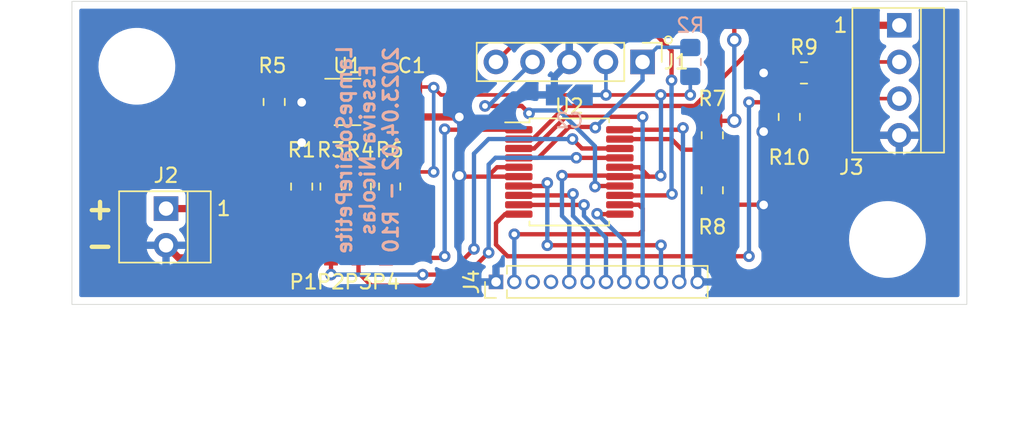
<source format=kicad_pcb>
(kicad_pcb (version 20211014) (generator pcbnew)
  (title_block (title "Lampe Solaire 2") (date "2020-09-26") (rev "R00") (company "ESN") (comment 1 "By Esseiva Nicolas") (comment 4 "Lampe Solaire portable"))
  (layers (0 "F.Cu" signal) (31 "B.Cu" signal) (34 "B.Paste" user) (35 "F.Paste" user) (36 "B.SilkS" user "B.Silkscreen") (37 "F.SilkS" user "F.Silkscreen") (38 "B.Mask" user) (39 "F.Mask" user) (44 "Edge.Cuts" user))
  (net 0 "")
  (net 1 "GND")
  (net 2 "VCC_3V3")
  (net 3 "VBAT")
  (net 4 "ENABLE")
  (net 5 "ENABLE_PWM")
  (net 6 "DIO1")
  (net 9 "MISO")
  (net 10 "MOSI")
  (net 11 "Net-(P1-Pad2)")
  (net 12 "Net-(P2-Pad2)")
  (net 13 "SCK")
  (net 14 "NSS")
  (net 15 "Net-(P3-Pad2)")
  (net 16 "Net-(P4-Pad2)")
  (net 17 "DIO0")
  (net 18 "REST")
  (net 19 "MCLR")
  (net 20 "Net-(R5-Pad2)")
  (net 21 "VBAT_MEAS")
  (net 23 "BATTERY_IND")
  (net 24 "ICSPCLK")
  (net 25 "ICSPDAT")
  (net 26 "LED_RED")
  (net 27 "LED_GREEN")
  (footprint "Resistor_SMD:R_0805_2012Metric_Pad1.20x1.40mm_HandSolder" (layer "F.Cu") (at 134.366 85.09 -90)
    (fp_text reference "R8" (at 2.54 0 180) (layer "F.SilkS"))
    (fp_text value "10k")
    (fp_line (start -0.227064 0.735) (end 0.227064 0.735) (layer "F.SilkS") (width 0.12))
    (fp_line (start -0.227064 -0.735) (end 0.227064 -0.735) (layer "F.SilkS") (width 0.12))
    (pad "1" smd roundrect (at -1 0 270) (size 1.2 1.4) (layers "F.Cu" "F.Paste" "F.Mask") (roundrect_rratio 0.2083333333) (net 21 "VBAT_MEAS"))
    (pad "2" smd roundrect (at 1 0 270) (size 1.2 1.4) (layers "F.Cu" "F.Paste" "F.Mask") (roundrect_rratio 0.2083333333) (net 1 "GND"))
  )
  (footprint "Package_SO:SSOP-20_5.3x7.2mm_P0.65mm" (layer "F.Cu") (at 124.46 83.82)
    (fp_text reference "U2" (at 0 -4.55) (layer "F.SilkS"))
    (fp_text value "PIC16F1827")
    (fp_line (start -2.76 3.71) (end -2.76 3.435) (layer "F.SilkS") (width 0.12))
    (fp_line (start 0 -3.71) (end -2.76 -3.71) (layer "F.SilkS") (width 0.12))
    (fp_line (start 2.76 -3.71) (end 2.76 -3.435) (layer "F.SilkS") (width 0.12))
    (fp_line (start 0 3.71) (end -2.76 3.71) (layer "F.SilkS") (width 0.12))
    (fp_line (start 0 -3.71) (end 2.76 -3.71) (layer "F.SilkS") (width 0.12))
    (fp_line (start 0 3.71) (end 2.76 3.71) (layer "F.SilkS") (width 0.12))
    (fp_line (start 2.76 3.71) (end 2.76 3.435) (layer "F.SilkS") (width 0.12))
    (fp_line (start -2.76 -3.71) (end -2.76 -3.435) (layer "F.SilkS") (width 0.12))
    (fp_line (start -2.76 -3.435) (end -4.45 -3.435) (layer "F.SilkS") (width 0.12))
    (pad "1" smd roundrect (at -3.5 -2.925) (size 1.9 0.5) (layers "F.Cu" "F.Paste" "F.Mask") (net 23 "BATTERY_IND"))
    (pad "2" smd roundrect (at -3.5 -2.275) (size 1.9 0.5) (layers "F.Cu" "F.Paste" "F.Mask") (net 4 "ENABLE"))
    (pad "3" smd roundrect (at -3.5 -1.625) (size 1.9 0.5) (layers "F.Cu" "F.Paste" "F.Mask") (net 14 "NSS"))
    (pad "4" smd roundrect (at -3.5 -0.975) (size 1.9 0.5) (layers "F.Cu" "F.Paste" "F.Mask") (net 19 "MCLR"))
    (pad "5" smd roundrect (at -3.5 -0.325) (size 1.9 0.5) (layers "F.Cu" "F.Paste" "F.Mask") (net 1 "GND"))
    (pad "6" smd roundrect (at -3.5 0.325) (size 1.9 0.5) (layers "F.Cu" "F.Paste" "F.Mask") (net 1 "GND"))
    (pad "7" smd roundrect (at -3.5 0.975) (size 1.9 0.5) (layers "F.Cu" "F.Paste" "F.Mask") (net 17 "DIO0"))
    (pad "8" smd roundrect (at -3.5 1.625) (size 1.9 0.5) (layers "F.Cu" "F.Paste" "F.Mask") (net 9 "MISO"))
    (pad "9" smd roundrect (at -3.5 2.275) (size 1.9 0.5) (layers "F.Cu" "F.Paste" "F.Mask") (net 10 "MOSI"))
    (pad "10" smd roundrect (at -3.5 2.925) (size 1.9 0.5) (layers "F.Cu" "F.Paste" "F.Mask") (net 5 "ENABLE_PWM"))
    (pad "11" smd roundrect (at 3.5 2.925) (size 1.9 0.5) (layers "F.Cu" "F.Paste" "F.Mask") (net 13 "SCK"))
    (pad "12" smd roundrect (at 3.5 2.275) (size 1.9 0.5) (layers "F.Cu" "F.Paste" "F.Mask") (net 6 "DIO1"))
    (pad "13" smd roundrect (at 3.5 1.625) (size 1.9 0.5) (layers "F.Cu" "F.Paste" "F.Mask") (net 24 "ICSPCLK"))
    (pad "14" smd roundrect (at 3.5 0.975) (size 1.9 0.5) (layers "F.Cu" "F.Paste" "F.Mask") (net 25 "ICSPDAT"))
    (pad "15" smd roundrect (at 3.5 0.325) (size 1.9 0.5) (layers "F.Cu" "F.Paste" "F.Mask") (net 2 "VCC_3V3"))
    (pad "16" smd roundrect (at 3.5 -0.325) (size 1.9 0.5) (layers "F.Cu" "F.Paste" "F.Mask") (net 2 "VCC_3V3"))
    (pad "17" smd roundrect (at 3.5 -0.975) (size 1.9 0.5) (layers "F.Cu" "F.Paste" "F.Mask") (net 26 "LED_RED"))
    (pad "18" smd roundrect (at 3.5 -1.625) (size 1.9 0.5) (layers "F.Cu" "F.Paste" "F.Mask") (net 27 "LED_GREEN"))
    (pad "19" smd roundrect (at 3.5 -2.275) (size 1.9 0.5) (layers "F.Cu" "F.Paste" "F.Mask") (net 21 "VBAT_MEAS"))
    (pad "20" smd roundrect (at 3.5 -2.925) (size 1.9 0.5) (layers "F.Cu" "F.Paste" "F.Mask") (net 18 "REST"))
  )
  (footprint "Resistor_SMD:R_0805_2012Metric_Pad1.20x1.40mm_HandSolder" (layer "F.Cu") (at 105.918 84.836 -90)
    (fp_text reference "R1" (at -2.54 0 180) (layer "F.SilkS"))
    (fp_text value "2k7")
    (fp_line (start -0.227064 0.735) (end 0.227064 0.735) (layer "F.SilkS") (width 0.12))
    (fp_line (start -0.227064 -0.735) (end 0.227064 -0.735) (layer "F.SilkS") (width 0.12))
    (pad "1" smd roundrect (at -1 0 270) (size 1.2 1.4) (layers "F.Cu" "F.Paste" "F.Mask") (roundrect_rratio 0.2083333333) (net 2 "VCC_3V3"))
    (pad "2" smd roundrect (at 1 0 270) (size 1.2 1.4) (layers "F.Cu" "F.Paste" "F.Mask") (roundrect_rratio 0.2083333333) (net 11 "Net-(P1-Pad2)"))
  )
  (footprint "0ESN_Lib:Connector_2p_m" (layer "F.Cu") (at 96.52 86.36)
    (fp_text reference "J2" (at 0 -2.3) (layer "F.SilkS"))
    (fp_text value "Battery connector")
    (fp_text user "1" (at 4 0 unlocked) (layer "F.SilkS"))
    (fp_line (start -3.25 -1.2) (end 3.1 -1.2) (layer "F.SilkS") (width 0.12))
    (fp_line (start -3.25 3.74) (end -3.25 -1.2) (layer "F.SilkS") (width 0.12))
    (fp_line (start -3.25 3.74) (end 3.1 3.74) (layer "F.SilkS") (width 0.12))
    (fp_line (start 3.1 -1.2) (end 3.1 3.74) (layer "F.SilkS") (width 0.12))
    (fp_line (start 1.5 -1.2) (end 1.5 3.74) (layer "F.SilkS") (width 0.12))
    (pad "1" thru_hole rect (at 0 0) (size 1.7 1.7) (drill 1) (layers *.Cu *.Mask) (net 3 "VBAT"))
    (pad "2" thru_hole oval (at 0 2.54) (size 1.7 1.7) (drill 1) (layers *.Cu *.Mask) (net 1 "GND"))
  )
  (footprint "MountingHole:MountingHole_4.3mm_M4" (layer "F.Cu") (at 146.5 88.5)
    (fp_text reference "REF**" hide)
    (fp_text value "MountingHole_4.3mm_M4")
    (pad "" np_thru_hole circle locked (at 0 0) (size 4.3 4.3) (drill 4.3) (layers *.Cu *.Mask))
  )
  (footprint "0ESN_Lib:SOT-23-5_HandSoldering" (layer "F.Cu") (at 109.093 78.9725)
    (fp_text reference "U1" (at 0 -2.5185) (layer "F.SilkS"))
    (fp_text value "NCP114")
    (fp_line (start -0.9 1.61) (end 0.9 1.61) (layer "F.SilkS") (width 0.12))
    (fp_line (start 0.9 -1.61) (end -1.55 -1.61) (layer "F.SilkS") (width 0.12))
    (pad "1" smd rect (at -1.35 -0.95) (size 1.56 0.65) (layers "F.Cu" "F.Paste" "F.Mask") (net 3 "VBAT"))
    (pad "2" smd rect (at -1.35 0) (size 1.56 0.65) (layers "F.Cu" "F.Paste" "F.Mask") (net 1 "GND"))
    (pad "3" smd rect (at -1.35 0.95) (size 1.56 0.65) (layers "F.Cu" "F.Paste" "F.Mask") (net 20 "Net-(R5-Pad2)"))
    (pad "4" smd rect (at 1.35 0.95) (size 1.56 0.65) (layers "F.Cu" "F.Paste" "F.Mask"))
    (pad "5" smd rect (at 1.35 -0.95) (size 1.56 0.65) (layers "F.Cu" "F.Paste" "F.Mask") (net 2 "VCC_3V3"))
  )
  (footprint "Resistor_SMD:R_0805_2012Metric_Pad1.20x1.40mm_HandSolder" (layer "F.Cu") (at 104.013 78.9725 -90)
    (fp_text reference "R5" (at -2.5185 0.127 180) (layer "F.SilkS"))
    (fp_text value "0R")
    (fp_line (start -0.227064 0.735) (end 0.227064 0.735) (layer "F.SilkS") (width 0.12))
    (fp_line (start -0.227064 -0.735) (end 0.227064 -0.735) (layer "F.SilkS") (width 0.12))
    (pad "1" smd roundrect (at -1 0 270) (size 1.2 1.4) (layers "F.Cu" "F.Paste" "F.Mask") (roundrect_rratio 0.2083333333) (net 3 "VBAT"))
    (pad "2" smd roundrect (at 1 0 270) (size 1.2 1.4) (layers "F.Cu" "F.Paste" "F.Mask") (roundrect_rratio 0.2083333333) (net 20 "Net-(R5-Pad2)"))
  )
  (footprint "0ESN_Lib:D_0603_1608Metric_Pad1.05x0.95mm_HandSolder" (layer "F.Cu") (at 109.855 88.9 90)
    (fp_text reference "P3" (at -2.54 0 180) (layer "F.SilkS"))
    (fp_text value "RED")
    (pad "1" smd custom (at -0.875 0 90) (size 1.05 0.95) (layers "F.Cu" "F.Paste" "F.Mask") (net 26 "LED_RED") (options (clearance outline) (anchor rect)) (primitives (gr_poly (pts (xy 1.025 0) (xy 0.525 0.475) (xy 0 0.475) (xy 0 -0.475) (xy 0.525 -0.475)) (width 0) (fill yes))))
    (pad "2" smd custom (at 0.875 0 90) (size 1.05 0.95) (layers "F.Cu" "F.Paste" "F.Mask") (net 15 "Net-(P3-Pad2)") (options (clearance outline) (anchor rect)) (primitives (gr_poly (pts (xy 0 0.475) (xy -1.015 0.475) (xy -0.525 0) (xy -1.025 -0.475) (xy 0 -0.475)) (width 0) (fill yes))))
  )
  (footprint "0ESN_Lib:D_0603_1608Metric_Pad1.05x0.95mm_HandSolder" (layer "F.Cu") (at 107.95 88.9 90)
    (fp_text reference "P2" (at -2.54 0 180) (layer "F.SilkS"))
    (fp_text value "GREEN")
    (pad "1" smd custom (at -0.875 0 90) (size 1.05 0.95) (layers "F.Cu" "F.Paste" "F.Mask") (net 27 "LED_GREEN") (options (clearance outline) (anchor rect)) (primitives (gr_poly (pts (xy 1.025 0) (xy 0.525 0.475) (xy 0 0.475) (xy 0 -0.475) (xy 0.525 -0.475)) (width 0) (fill yes))))
    (pad "2" smd custom (at 0.875 0 90) (size 1.05 0.95) (layers "F.Cu" "F.Paste" "F.Mask") (net 12 "Net-(P2-Pad2)") (options (clearance outline) (anchor rect)) (primitives (gr_poly (pts (xy 0 0.475) (xy -1.015 0.475) (xy -0.525 0) (xy -1.025 -0.475) (xy 0 -0.475)) (width 0) (fill yes))))
  )
  (footprint "Resistor_SMD:R_0805_2012Metric_Pad1.20x1.40mm_HandSolder" (layer "F.Cu") (at 109.982 84.836 -90)
    (fp_text reference "R4" (at -2.54 0 180) (layer "F.SilkS"))
    (fp_text value "2k7")
    (fp_line (start -0.227064 0.735) (end 0.227064 0.735) (layer "F.SilkS") (width 0.12))
    (fp_line (start -0.227064 -0.735) (end 0.227064 -0.735) (layer "F.SilkS") (width 0.12))
    (pad "1" smd roundrect (at -1 0 270) (size 1.2 1.4) (layers "F.Cu" "F.Paste" "F.Mask") (roundrect_rratio 0.2083333333) (net 2 "VCC_3V3"))
    (pad "2" smd roundrect (at 1 0 270) (size 1.2 1.4) (layers "F.Cu" "F.Paste" "F.Mask") (roundrect_rratio 0.2083333333) (net 15 "Net-(P3-Pad2)"))
  )
  (footprint "MountingHole:MountingHole_4.3mm_M4" (layer "F.Cu") (at 94.5 76.5)
    (fp_text reference "REF**" hide)
    (fp_text value "MountingHole_4.3mm_M4")
    (pad "" np_thru_hole circle locked (at 0 0) (size 4.3 4.3) (drill 4.3) (layers *.Cu *.Mask))
  )
  (footprint "0ESN_Lib:C_0805_2012Metric_Pad1.18x1.45mm_HandSolder" (layer "F.Cu") (at 113.538 78.9725 -90)
    (fp_text reference "C1" (at -2.5185 0 180) (layer "F.SilkS"))
    (fp_text value "4.7 uF")
    (pad "1" smd custom (at -1.0375 0 90) (size 1.175 1.45) (layers "F.Cu" "F.Paste" "F.Mask") (net 2 "VCC_3V3") (options (clearance outline) (anchor rect)) (primitives (gr_poly (pts (xy -1.2875 0) (xy -0.5875 -0.725) (xy 0 -0.725) (xy 0 0.725) (xy -0.5875 0.725)) (width 0) (fill yes))))
    (pad "2" smd custom (at 1.0375 0 90) (size 1.175 1.45) (layers "F.Cu" "F.Paste" "F.Mask") (net 1 "GND") (options (clearance outline) (anchor rect)) (primitives (gr_poly (pts (xy 0 -0.725) (xy 1.2875 -0.725) (xy 0.5875 0) (xy 1.2875 0.725) (xy 0 0.725)) (width 0) (fill yes))))
  )
  (footprint "Connector_PinHeader_1.27mm:PinHeader_1x12_P1.27mm_Vertical" (layer "F.Cu") (at 119.38 91.44 90)
    (fp_text reference "J4" (at 0 -1.695 90) (layer "F.SilkS"))
    (fp_text value "Connecteur LORA SX1278")
    (fp_line (start 0.563471 0.76) (end 1.11 0.76) (layer "F.SilkS") (width 0.12))
    (fp_line (start 0.30753 14.665) (end 1.11 14.665) (layer "F.SilkS") (width 0.12))
    (fp_line (start -1.11 0.76) (end -1.11 14.665) (layer "F.SilkS") (width 0.12))
    (fp_line (start -1.11 -0.76) (end 0 -0.76) (layer "F.SilkS") (width 0.12))
    (fp_line (start -1.11 0.76) (end -0.563471 0.76) (layer "F.SilkS") (width 0.12))
    (fp_line (start -1.11 0) (end -1.11 -0.76) (layer "F.SilkS") (width 0.12))
    (fp_line (start 1.11 0.76) (end 1.11 14.665) (layer "F.SilkS") (width 0.12))
    (fp_line (start -1.11 14.665) (end -0.30753 14.665) (layer "F.SilkS") (width 0.12))
    (pad "1" thru_hole rect (at 0 0 90) (size 1 1) (drill 0.65) (layers *.Cu *.Mask) (net 1 "GND"))
    (pad "2" thru_hole oval (at 0 1.27 90) (size 1 1) (drill 0.65) (layers *.Cu *.Mask) (net 6 "DIO1"))
    (pad "3" thru_hole oval (at 0 2.54 90) (size 1 1) (drill 0.65) (layers *.Cu *.Mask))
    (pad "4" thru_hole oval (at 0 3.81 90) (size 1 1) (drill 0.65) (layers *.Cu *.Mask))
    (pad "5" thru_hole oval (at 0 5.08 90) (size 1 1) (drill 0.65) (layers *.Cu *.Mask) (net 2 "VCC_3V3"))
    (pad "6" thru_hole oval (at 0 6.35 90) (size 1 1) (drill 0.65) (layers *.Cu *.Mask) (net 9 "MISO"))
    (pad "7" thru_hole oval (at 0 7.62 90) (size 1 1) (drill 0.65) (layers *.Cu *.Mask) (net 10 "MOSI"))
    (pad "8" thru_hole oval (at 0 8.89 90) (size 1 1) (drill 0.65) (layers *.Cu *.Mask) (net 13 "SCK"))
    (pad "9" thru_hole oval (at 0 10.16 90) (size 1 1) (drill 0.65) (layers *.Cu *.Mask) (net 14 "NSS"))
    (pad "10" thru_hole oval (at 0 11.43 90) (size 1 1) (drill 0.65) (layers *.Cu *.Mask) (net 17 "DIO0"))
    (pad "11" thru_hole oval (at 0 12.7 90) (size 1 1) (drill 0.65) (layers *.Cu *.Mask) (net 18 "REST"))
    (pad "12" thru_hole oval (at 0 13.97 90) (size 1 1) (drill 0.65) (layers *.Cu *.Mask) (net 1 "GND"))
  )
  (footprint "Connector_PinHeader_2.54mm:PinHeader_1x05_P2.54mm_Vertical" (layer "F.Cu") (at 129.535 76.2 -90)
    (fp_text reference "J1" (at 0 -2.33 180) (layer "F.SilkS"))
    (fp_text value "CONN_ICSP")
    (fp_line (start -1.33 11.49) (end 1.33 11.49) (layer "F.SilkS") (width 0.12))
    (fp_line (start -1.33 -1.33) (end 0 -1.33) (layer "F.SilkS") (width 0.12))
    (fp_line (start -1.33 1.27) (end -1.33 11.49) (layer "F.SilkS") (width 0.12))
    (fp_line (start -1.33 0) (end -1.33 -1.33) (layer "F.SilkS") (width 0.12))
    (fp_line (start 1.33 1.27) (end 1.33 11.49) (layer "F.SilkS") (width 0.12))
    (fp_line (start -1.33 1.27) (end 1.33 1.27) (layer "F.SilkS") (width 0.12))
    (pad "1" thru_hole rect (at 0 0 270) (size 1.7 1.7) (drill 1) (layers *.Cu *.Mask) (net 19 "MCLR"))
    (pad "2" thru_hole oval (at 0 2.54 270) (size 1.7 1.7) (drill 1) (layers *.Cu *.Mask) (net 2 "VCC_3V3"))
    (pad "3" thru_hole oval (at 0 5.08 270) (size 1.7 1.7) (drill 1) (layers *.Cu *.Mask) (net 1 "GND"))
    (pad "4" thru_hole oval (at 0 7.62 270) (size 1.7 1.7) (drill 1) (layers *.Cu *.Mask) (net 25 "ICSPDAT"))
    (pad "5" thru_hole oval (at 0 10.16 270) (size 1.7 1.7) (drill 1) (layers *.Cu *.Mask) (net 24 "ICSPCLK"))
  )
  (footprint "0ESN_Lib:Connector_4p_m" (layer "F.Cu") (at 147.32 73.66)
    (fp_text reference "J3" (at -3.32 9.84) (layer "F.SilkS"))
    (fp_text value "Connector_4p_r")
    (fp_text user "1" (at -4.064 0 unlocked) (layer "F.SilkS"))
    (fp_line (start -3.25 8.82) (end -3.25 -1.2) (layer "F.SilkS") (width 0.12))
    (fp_line (start 1.5 -1.2) (end 1.5 8.82) (layer "F.SilkS") (width 0.12))
    (fp_line (start 3.1 -1.2) (end 3.1 8.82) (layer "F.SilkS") (width 0.12))
    (fp_line (start -3.25 8.82) (end 3.1 8.82) (layer "F.SilkS") (width 0.12))
    (fp_line (start -3.25 -1.2) (end 3.1 -1.2) (layer "F.SilkS") (width 0.12))
    (pad "1" thru_hole rect (at 0 0) (size 1.7 1.7) (drill 1) (layers *.Cu *.Mask) (net 3 "VBAT"))
    (pad "2" thru_hole oval (at 0 2.54) (size 1.7 1.7) (drill 1) (layers *.Cu *.Mask) (net 4 "ENABLE"))
    (pad "3" thru_hole oval (at 0 5.08) (size 1.7 1.7) (drill 1) (layers *.Cu *.Mask) (net 5 "ENABLE_PWM"))
    (pad "4" thru_hole oval (at 0 7.62) (size 1.7 1.7) (drill 1) (layers *.Cu *.Mask) (net 1 "GND"))
  )
  (footprint "Resistor_SMD:R_0805_2012Metric_Pad1.20x1.40mm_HandSolder" (layer "F.Cu") (at 140.716 76.962 180)
    (fp_text reference "R9" (at 0 1.778) (layer "F.SilkS"))
    (fp_text value "4k7")
    (fp_line (start -0.227064 0.735) (end 0.227064 0.735) (layer "F.SilkS") (width 0.12))
    (fp_line (start -0.227064 -0.735) (end 0.227064 -0.735) (layer "F.SilkS") (width 0.12))
    (pad "1" smd roundrect (at -1 0 180) (size 1.2 1.4) (layers "F.Cu" "F.Paste" "F.Mask") (roundrect_rratio 0.2083333333) (net 4 "ENABLE"))
    (pad "2" smd roundrect (at 1 0 180) (size 1.2 1.4) (layers "F.Cu" "F.Paste" "F.Mask") (roundrect_rratio 0.2083333333) (net 1 "GND"))
  )
  (footprint "Resistor_SMD:R_0805_2012Metric_Pad1.20x1.40mm_HandSolder" (layer "F.Cu") (at 134.366 81.28 -90)
    (fp_text reference "R7" (at -2.54 0 180) (layer "F.SilkS"))
    (fp_text value "30k")
    (fp_line (start -0.227064 -0.735) (end 0.227064 -0.735) (layer "F.SilkS") (width 0.12))
    (fp_line (start -0.227064 0.735) (end 0.227064 0.735) (layer "F.SilkS") (width 0.12))
    (pad "1" smd roundrect (at -1 0 270) (size 1.2 1.4) (layers "F.Cu" "F.Paste" "F.Mask") (roundrect_rratio 0.2083333333) (net 3 "VBAT"))
    (pad "2" smd roundrect (at 1 0 270) (size 1.2 1.4) (layers "F.Cu" "F.Paste" "F.Mask") (roundrect_rratio 0.2083333333) (net 21 "VBAT_MEAS"))
  )
  (footprint "0ESN_Lib:D_0603_1608Metric_Pad1.05x0.95mm_HandSolder" (layer "F.Cu") (at 106.045 88.9 90)
    (fp_text reference "P1" (at -2.54 0 180) (layer "F.SilkS"))
    (fp_text value "GREEN")
    (pad "1" smd custom (at -0.875 0 90) (size 1.05 0.95) (layers "F.Cu" "F.Paste" "F.Mask") (net 1 "GND") (options (clearance outline) (anchor rect)) (primitives (gr_poly (pts (xy 1.025 0) (xy 0.525 0.475) (xy 0 0.475) (xy 0 -0.475) (xy 0.525 -0.475)) (width 0) (fill yes))))
    (pad "2" smd custom (at 0.875 0 90) (size 1.05 0.95) (layers "F.Cu" "F.Paste" "F.Mask") (net 11 "Net-(P1-Pad2)") (options (clearance outline) (anchor rect)) (primitives (gr_poly (pts (xy 0 0.475) (xy -1.015 0.475) (xy -0.525 0) (xy -1.025 -0.475) (xy 0 -0.475)) (width 0) (fill yes))))
  )
  (footprint "0ESN_Lib:D_0603_1608Metric_Pad1.05x0.95mm_HandSolder" (layer "F.Cu") (at 111.76 88.9 90)
    (fp_text reference "P4" (at -2.54 0 180) (layer "F.SilkS"))
    (fp_text value "GREEN")
    (pad "1" smd custom (at -0.875 0 90) (size 1.05 0.95) (layers "F.Cu" "F.Paste" "F.Mask") (net 23 "BATTERY_IND") (options (clearance outline) (anchor rect)) (primitives (gr_poly (pts (xy 1.025 0) (xy 0.525 0.475) (xy 0 0.475) (xy 0 -0.475) (xy 0.525 -0.475)) (width 0) (fill yes))))
    (pad "2" smd custom (at 0.875 0 90) (size 1.05 0.95) (layers "F.Cu" "F.Paste" "F.Mask") (net 16 "Net-(P4-Pad2)") (options (clearance outline) (anchor rect)) (primitives (gr_poly (pts (xy 0 0.475) (xy -1.015 0.475) (xy -0.525 0) (xy -1.025 -0.475) (xy 0 -0.475)) (width 0) (fill yes))))
  )
  (footprint "Resistor_SMD:R_0805_2012Metric_Pad1.20x1.40mm_HandSolder" (layer "F.Cu") (at 107.95 84.836 -90)
    (fp_text reference "R3" (at -2.54 0 180) (layer "F.SilkS"))
    (fp_text value "2k7")
    (fp_line (start -0.227064 0.735) (end 0.227064 0.735) (layer "F.SilkS") (width 0.12))
    (fp_line (start -0.227064 -0.735) (end 0.227064 -0.735) (layer "F.SilkS") (width 0.12))
    (pad "1" smd roundrect (at -1 0 270) (size 1.2 1.4) (layers "F.Cu" "F.Paste" "F.Mask") (roundrect_rratio 0.2083333333) (net 2 "VCC_3V3"))
    (pad "2" smd roundrect (at 1 0 270) (size 1.2 1.4) (layers "F.Cu" "F.Paste" "F.Mask") (roundrect_rratio 0.2083333333) (net 12 "Net-(P2-Pad2)"))
  )
  (footprint "Resistor_SMD:R_0805_2012Metric_Pad1.20x1.40mm_HandSolder" (layer "F.Cu") (at 139.7 80.01 -90)
    (fp_text reference "R10" (at 2.794 0 180) (layer "F.SilkS"))
    (fp_text value "4k7")
    (fp_line (start -0.227064 -0.735) (end 0.227064 -0.735) (layer "F.SilkS") (width 0.12))
    (fp_line (start -0.227064 0.735) (end 0.227064 0.735) (layer "F.SilkS") (width 0.12))
    (pad "1" smd roundrect (at -1 0 270) (size 1.2 1.4) (layers "F.Cu" "F.Paste" "F.Mask") (roundrect_rratio 0.2083333333) (net 5 "ENABLE_PWM"))
    (pad "2" smd roundrect (at 1 0 270) (size 1.2 1.4) (layers "F.Cu" "F.Paste" "F.Mask") (roundrect_rratio 0.2083333333) (net 1 "GND"))
  )
  (footprint "Resistor_SMD:R_0805_2012Metric_Pad1.20x1.40mm_HandSolder" (layer "F.Cu") (at 112.014 84.836 -90)
    (fp_text reference "R6" (at -2.54 0 180) (layer "F.SilkS"))
    (fp_text value "2k7")
    (fp_line (start -0.227064 0.735) (end 0.227064 0.735) (layer "F.SilkS") (width 0.12))
    (fp_line (start -0.227064 -0.735) (end 0.227064 -0.735) (layer "F.SilkS") (width 0.12))
    (pad "1" smd roundrect (at -1 0 270) (size 1.2 1.4) (layers "F.Cu" "F.Paste" "F.Mask") (roundrect_rratio 0.2083333333) (net 2 "VCC_3V3"))
    (pad "2" smd roundrect (at 1 0 270) (size 1.2 1.4) (layers "F.Cu" "F.Paste" "F.Mask") (roundrect_rratio 0.2083333333) (net 16 "Net-(P4-Pad2)"))
  )
  (footprint "0ESN_Lib:C_0805_2012Metric_Pad1.18x1.45mm_HandSolder" (layer "B.Cu") (at 124.46 78.486 180)
    (fp_text reference "C2" (at 0 -1.778) (layer "B.SilkS") (effects (justify mirror)))
    (fp_text value "100nF")
    (pad "1" smd custom (at -1.0375 0) (size 1.175 1.45) (layers "B.Cu" "B.Paste" "B.Mask") (net 2 "VCC_3V3") (options (clearance outline) (anchor rect)) (primitives (gr_poly (pts (xy -1.2875 0) (xy -0.5875 0.725) (xy 0 0.725) (xy 0 -0.725) (xy -0.5875 -0.725)) (width 0) (fill yes))))
    (pad "2" smd custom (at 1.0375 0) (size 1.175 1.45) (layers "B.Cu" "B.Paste" "B.Mask") (net 1 "GND") (options (clearance outline) (anchor rect)) (primitives (gr_poly (pts (xy 0 0.725) (xy 1.2875 0.725) (xy 0.5875 0) (xy 1.2875 -0.725) (xy 0 -0.725)) (width 0) (fill yes))))
  )
  (footprint "Resistor_SMD:R_0805_2012Metric_Pad1.20x1.40mm_HandSolder" (layer "B.Cu") (at 132.842 76.2 -90)
    (fp_text reference "R2" (at -2.54 0 180) (layer "B.SilkS") (effects (justify mirror)))
    (fp_text value "27k")
    (fp_line (start -0.227064 0.735) (end 0.227064 0.735) (layer "B.SilkS") (width 0.12))
    (fp_line (start -0.227064 -0.735) (end 0.227064 -0.735) (layer "B.SilkS") (width 0.12))
    (pad "1" smd roundrect (at -1 0 270) (size 1.2 1.4) (layers "B.Cu" "B.Paste" "B.Mask") (roundrect_rratio 0.2083333333) (net 19 "MCLR"))
    (pad "2" smd roundrect (at 1 0 270) (size 1.2 1.4) (layers "B.Cu" "B.Paste" "B.Mask") (roundrect_rratio 0.2083333333) (net 2 "VCC_3V3"))
  )
  (gr_circle (center 131.318 74.676) (end 131.318 74.422) (layer "F.SilkS") (width 0.12) (fill none))
  (gr_rect (start 90 72) (end 152 93) (layer "Edge.Cuts") (width 0.05) (fill none))
  (gr_text "LampeSolairePetite\nEsseiva Nicolas\n2023.04.02 - R10" (at 110.49 82.296 90) (layer "B.SilkS") (effects (font (size 1 1) (thickness 0.2)) (justify mirror)))
  (gr_text "+" (at 91.948 86.36) (layer "F.SilkS") (effects (font (size 1.5 1.5) (thickness 0.3))))
  (gr_text "-" (at 91.948 88.9) (layer "F.SilkS") (effects (font (size 1.5 1.5) (thickness 0.3))))
  (segment (start 111.633 78.9725) (end 112.6705 80.01) (width 0.5) (layer "F.Cu") (net 1))
  (segment (start 107.743 78.9725) (end 105.9395 78.9725) (width 0.5) (layer "F.Cu") (net 1))
  (segment (start 113.538 80.01) (end 116.84 80.01) (width 0.5) (layer "F.Cu") (net 1))
  (segment (start 104.535 89.775) (end 106.045 89.775) (width 0.5) (layer "F.Cu") (net 1))
  (segment (start 112.6705 80.01) (end 113.538 80.01) (width 0.5) (layer "F.Cu") (net 1))
  (segment (start 134.366 86.09) (end 137.906 86.09) (width 0.3) (layer "F.Cu") (net 1))
  (segment (start 97.395 89.775) (end 104.535 89.775) (width 0.5) (layer "F.Cu") (net 1))
  (segment (start 147.32 81.28) (end 139.97 81.28) (width 0.5) (layer "F.Cu") (net 1))
  (segment (start 139.716 76.962) (end 137.922 76.962) (width 0.5) (layer "F.Cu") (net 1))
  (segment (start 120.96 84.145) (end 118.801 84.145) (width 0.3) (layer "F.Cu") (net 1))
  (segment (start 137.906 86.09) (end 137.922 86.106) (width 0.3) (layer "F.Cu") (net 1))
  (segment (start 118.801 84.145) (end 116.911 84.145) (width 0.3) (layer "F.Cu") (net 1))
  (segment (start 104.93 81.788) (end 104.535 82.183) (width 0.5) (layer "F.Cu") (net 1))
  (segment (start 139.97 81.28) (end 139.7 81.01) (width 0.5) (layer "F.Cu") (net 1))
  (segment (start 105.9395 78.9725) (end 105.918 78.994) (width 0.5) (layer "F.Cu") (net 1))
  (segment (start 119.451 83.495) (end 118.801 84.145) (width 0.3) (layer "F.Cu") (net 1))
  (segment (start 137.922 81.026) (end 139.684 81.026) (width 0.5) (layer "F.Cu") (net 1))
  (segment (start 120.96 83.495) (end 119.451 83.495) (width 0.3) (layer "F.Cu") (net 1))
  (segment (start 96.52 88.9) (end 97.395 89.775) (width 0.5) (layer "F.Cu") (net 1))
  (segment (start 116.911 84.145) (end 116.84 84.074) (width 0.3) (layer "F.Cu") (net 1))
  (segment (start 105.918 81.788) (end 104.93 81.788) (width 0.5) (layer "F.Cu") (net 1))
  (segment (start 104.535 82.183) (end 104.535 89.775) (width 0.5) (layer "F.Cu") (net 1))
  (segment (start 107.743 78.9725) (end 111.633 78.9725) (width 0.5) (layer "F.Cu") (net 1))
  (segment (start 139.684 81.026) (end 139.7 81.01) (width 0.5) (layer "F.Cu") (net 1))
  (via (at 137.922 76.962) (size 1) (drill 0.6) (layers "F.Cu" "B.Cu") (net 1))
  (via (at 116.84 84.074) (size 1) (drill 0.6) (layers "F.Cu" "B.Cu") (net 1))
  (via (at 116.84 80.01) (size 1) (drill 0.6) (layers "F.Cu" "B.Cu") (net 1))
  (via (at 105.918 81.788) (size 1) (drill 0.6) (layers "F.Cu" "B.Cu") (net 1))
  (via (at 137.922 81.026) (size 1) (drill 0.6) (layers "F.Cu" "B.Cu") (net 1))
  (via (at 105.918 78.994) (size 1) (drill 0.6) (layers "F.Cu" "B.Cu") (net 1))
  (via (at 137.922 86.106) (size 1) (drill 0.6) (layers "F.Cu" "B.Cu") (net 1))
  (segment (start 133.35 91.44) (end 136.652 91.44) (width 0.3) (layer "B.Cu") (net 1))
  (segment (start 119.38 91.44) (end 117.348 91.44) (width 0.3) (layer "B.Cu") (net 1))
  (segment (start 137.922 76.962) (end 137.922 81.026) (width 0.5) (layer "B.Cu") (net 1))
  (segment (start 116.84 84.074) (end 116.84 80.01) (width 0.3) (layer "B.Cu") (net 1))
  (segment (start 124.455 76.2) (end 123.4225 77.2325) (width 0.5) (layer "B.Cu") (net 1))
  (segment (start 116.84 90.932) (end 116.84 84.074) (width 0.3) (layer "B.Cu") (net 1))
  (segment (start 117.348 91.44) (end 116.84 90.932) (width 0.3) (layer "B.Cu") (net 1))
  (segment (start 123.4225 78.486) (end 120.581375 78.486) (width 0.5) (layer "B.Cu") (net 1))
  (segment (start 116.9275 80.0975) (end 116.84 80.01) (width 0.5) (layer "B.Cu") (net 1))
  (segment (start 137.922 90.17) (end 137.922 86.106) (width 0.3) (layer "B.Cu") (net 1))
  (segment (start 124.455 76.2) (end 124.455 74.681) (width 0.5) (layer "B.Cu") (net 1))
  (segment (start 136.652 91.44) (end 137.922 90.17) (width 0.3) (layer "B.Cu") (net 1))
  (segment (start 124.455 74.681) (end 125.476 73.66) (width 0.5) (layer "B.Cu") (net 1))
  (segment (start 137.922 86.106) (end 137.922 81.026) (width 0.3) (layer "B.Cu") (net 1))
  (segment (start 123.4225 77.2325) (end 123.4225 78.486) (width 0.5) (layer "B.Cu") (net 1))
  (segment (start 125.476 73.66) (end 136.906 73.66) (width 0.5) (layer "B.Cu") (net 1))
  (segment (start 120.581375 78.486) (end 118.969875 80.0975) (width 0.5) (layer "B.Cu") (net 1))
  (segment (start 136.906 73.66) (end 137.922 74.676) (width 0.5) (layer "B.Cu") (net 1))
  (segment (start 105.918 78.994) (end 105.918 81.788) (width 0.5) (layer "B.Cu") (net 1))
  (segment (start 118.969875 80.0975) (end 116.9275 80.0975) (width 0.5) (layer "B.Cu") (net 1))
  (segment (start 137.922 74.676) (end 137.922 76.962) (width 0.5) (layer "B.Cu") (net 1))
  (segment (start 129.327 83.495) (end 129.977 84.145) (width 0.3) (layer "F.Cu") (net 2))
  (segment (start 130.79234 78.486) (end 130.793 78.48666) (width 0.25) (layer "F.Cu") (net 2))
  (segment (start 130.79366 78.486) (end 130.793 78.48666) (width 0.25) (layer "F.Cu") (net 2))
  (segment (start 127 78.486) (end 130.79234 78.486) (width 0.25) (layer "F.Cu") (net 2))
  (segment (start 115.273 77.935) (end 113.538 77.935) (width 0.25) (layer "F.Cu") (net 2))
  (segment (start 115.57 78.486) (end 127 78.486) (width 0.25) (layer "F.Cu") (net 2))
  (segment (start 115.062 77.978) (end 115.57 78.486) (width 0.25) (layer "F.Cu") (net 2))
  (segment (start 115.062 83.82) (end 112.03 83.82) (width 0.25) (layer "F.Cu") (net 2))
  (segment (start 130.72266 84.145) (end 130.793 84.07466) (width 0.3) (layer "F.Cu") (net 2))
  (segment (start 129.977 84.145) (end 130.72266 84.145) (width 0.3) (layer "F.Cu") (net 2))
  (segment (start 113.4505 78.0225) (end 113.538 77.935) (width 0.25) (layer "F.Cu") (net 2))
  (segment (start 115.062 77.978) (end 115.273 77.935) (width 0.25) (layer "F.Cu") (net 2))
  (segment (start 127.889 84.074) (end 127.96 84.145) (width 0.3) (layer "F.Cu") (net 2))
  (segment (start 127.96 84.145) (end 129.977 84.145) (width 0.3) (layer "F.Cu") (net 2))
  (segment (start 123.952 84.074) (end 127.889 84.074) (width 0.3) (layer "F.Cu") (net 2))
  (segment (start 132.842 78.486) (end 130.79366 78.486) (width 0.25) (layer "F.Cu") (net 2))
  (segment (start 127.96 83.495) (end 129.327 83.495) (width 0.3) (layer "F.Cu") (net 2))
  (segment (start 112.03 83.82) (end 112.014 83.836) (width 0.25) (layer "F.Cu") (net 2))
  (segment (start 110.443 78.0225) (end 113.4505 78.0225) (width 0.25) (layer "F.Cu") (net 2))
  (segment (start 105.918 83.836) (end 112.014 83.836) (width 0.25) (layer "F.Cu") (net 2))
  (via (at 130.793 78.48666) (size 0.8) (drill 0.4) (layers "F.Cu" "B.Cu") (net 2))
  (via (at 123.952 84.074) (size 0.8) (drill 0.4) (layers "F.Cu" "B.Cu") (net 2))
  (via (at 127 78.486) (size 0.8) (drill 0.4) (layers "F.Cu" "B.Cu") (net 2))
  (via (at 132.842 78.486) (size 0.8) (drill 0.4) (layers "F.Cu" "B.Cu") (net 2))
  (via (at 115.062 83.82) (size 0.8) (drill 0.4) (layers "F.Cu" "B.Cu") (net 2))
  (via (at 115.062 77.978) (size 0.8) (drill 0.4) (layers "F.Cu" "B.Cu") (net 2))
  (via (at 130.793 84.07466) (size 0.8) (drill 0.4) (layers "F.Cu" "B.Cu") (net 2))
  (segment (start 126.995 76.2) (end 126.995 78.481) (width 0.25) (layer "B.Cu") (net 2))
  (segment (start 130.81 84.05766) (end 130.793 84.07466) (width 0.3) (layer "B.Cu") (net 2))
  (segment (start 125.4975 78.486) (end 127 78.486) (width 0.3) (layer "B.Cu") (net 2))
  (segment (start 124.46 91.44) (end 124.46 87.376) (width 0.3) (layer "B.Cu") (net 2))
  (segment (start 132.842 78.486) (end 132.842 77.2) (width 0.25) (layer "B.Cu") (net 2))
  (segment (start 115.062 77.978) (end 115.062 83.82) (width 0.25) (layer "B.Cu") (net 2))
  (segment (start 126.995 78.481) (end 127 78.486) (width 0.25) (layer "B.Cu") (net 2))
  (segment (start 130.793 78.48666) (end 130.81 78.50366) (width 0.3) (layer "B.Cu") (net 2))
  (segment (start 123.952 86.868) (end 123.952 84.074) (width 0.3) (layer "B.Cu") (net 2))
  (segment (start 130.81 78.50366) (end 130.81 84.05766) (width 0.3) (layer "B.Cu") (net 2))
  (segment (start 124.46 87.376) (end 123.952 86.868) (width 0.3) (layer "B.Cu") (net 2))
  (segment (start 135.874 80.28) (end 135.89 80.264) (width 0.3) (layer "F.Cu") (net 3))
  (segment (start 102.616 78.232) (end 102.616 85.344) (width 0.5) (layer "F.Cu") (net 3))
  (segment (start 135.89 74.676) (end 135.89 73.66) (width 0.3) (layer "F.Cu") (net 3))
  (segment (start 102.8755 77.9725) (end 102.616 78.232) (width 0.5) (layer "F.Cu") (net 3))
  (segment (start 104.013 77.9725) (end 102.8755 77.9725) (width 0.5) (layer "F.Cu") (net 3))
  (segment (start 134.366 80.28) (end 135.874 80.28) (width 0.3) (layer "F.Cu") (net 3))
  (segment (start 107.743 75.645) (end 109.728 73.66) (width 0.5) (layer "F.Cu") (net 3))
  (segment (start 101.6 86.36) (end 96.52 86.36) (width 0.5) (layer "F.Cu") (net 3))
  (segment (start 107.743 78.0225) (end 107.743 75.645) (width 0.5) (layer "F.Cu") (net 3))
  (segment (start 109.728 73.66) (end 135.89 73.66) (width 0.5) (layer "F.Cu") (net 3))
  (segment (start 104.013 77.9725) (end 107.693 77.9725) (width 0.5) (layer "F.Cu") (net 3))
  (segment (start 107.693 77.9725) (end 107.743 78.0225) (width 0.5) (layer "F.Cu") (net 3))
  (segment (start 102.616 85.344) (end 101.6 86.36) (width 0.5) (layer "F.Cu") (net 3))
  (segment (start 135.89 73.66) (end 147.32 73.66) (width 0.5) (layer "F.Cu") (net 3))
  (via (at 135.89 80.264) (size 1) (drill 0.6) (layers "F.Cu" "B.Cu") (net 3))
  (via (at 135.89 74.676) (size 1) (drill 0.6) (layers "F.Cu" "B.Cu") (net 3))
  (segment (start 135.89 80.264) (end 135.89 74.676) (width 0.3) (layer "B.Cu") (net 3))
  (segment (start 141.716 76.184) (end 141.716 76.962) (width 0.3) (layer "F.Cu") (net 4))
  (segment (start 133.140661 79.248) (end 137.204661 75.184) (width 0.3) (layer "F.Cu") (net 4))
  (segment (start 137.204661 75.184) (end 140.716 75.184) (width 0.3) (layer "F.Cu") (net 4))
  (segment (start 140.716 75.184) (end 141.716 76.184) (width 0.3) (layer "F.Cu") (net 4))
  (segment (start 144.018 76.962) (end 141.716 76.962) (width 0.25) (layer "F.Cu") (net 4))
  (segment (start 144.78 76.2) (end 144.018 76.962) (width 0.25) (layer "F.Cu") (net 4))
  (segment (start 147.32 76.2) (end 144.78 76.2) (width 0.25) (layer "F.Cu") (net 4))
  (segment (start 121.931751 81.545) (end 124.228751 79.248) (width 0.3) (layer "F.Cu") (net 4))
  (segment (start 124.228751 79.248) (end 133.140661 79.248) (width 0.3) (layer "F.Cu") (net 4))
  (segment (start 120.96 81.545) (end 121.931751 81.545) (width 0.3) (layer "F.Cu") (net 4))
  (segment (start 119.38 87.376) (end 120.011 86.745) (width 0.3) (layer "F.Cu") (net 5))
  (segment (start 139.97 78.74) (end 147.32 78.74) (width 0.25) (layer "F.Cu") (net 5))
  (segment (start 119.38 88.856046) (end 119.38 87.376) (width 0.3) (layer "F.Cu") (net 5))
  (segment (start 136.906 78.994) (end 139.684 78.994) (width 0.3) (layer "F.Cu") (net 5))
  (segment (start 139.7 79.01) (end 139.97 78.74) (width 0.25) (layer "F.Cu") (net 5))
  (segment (start 139.684 78.994) (end 139.7 79.01) (width 0.3) (layer "F.Cu") (net 5))
  (segment (start 120.185954 89.662) (end 119.38 88.856046) (width 0.3) (layer "F.Cu") (net 5))
  (segment (start 136.906 89.662) (end 120.185954 89.662) (width 0.3) (layer "F.Cu") (net 5))
  (segment (start 120.011 86.745) (end 120.96 86.745) (width 0.3) (layer "F.Cu") (net 5))
  (via (at 136.906 89.662) (size 0.8) (drill 0.4) (layers "F.Cu" "B.Cu") (net 5))
  (via (at 136.906 78.994) (size 0.8) (drill 0.4) (layers "F.Cu" "B.Cu") (net 5))
  (segment (start 136.906 89.662) (end 136.906 78.994) (width 0.3) (layer "B.Cu") (net 5))
  (segment (start 129.54 87.884) (end 129.286 88.138) (width 0.3) (layer "F.Cu") (net 6))
  (segment (start 129.54 86.36) (end 129.54 87.884) (width 0.3) (layer "F.Cu") (net 6))
  (segment (start 127.96 86.095) (end 129.275 86.095) (width 0.3) (layer "F.Cu") (net 6))
  (segment (start 129.286 88.138) (end 120.65 88.138) (width 0.3) (layer "F.Cu") (net 6))
  (segment (start 129.275 86.095) (end 129.54 86.36) (width 0.3) (layer "F.Cu") (net 6))
  (via (at 120.65 88.138) (size 0.8) (drill 0.4) (layers "F.Cu" "B.Cu") (net 6))
  (segment (start 120.65 88.138) (end 120.65 91.44) (width 0.3) (layer "B.Cu") (net 6))
  (segment (start 124.714 85.344) (end 124.613 85.445) (width 0.3) (layer "F.Cu") (net 9))
  (segment (start 124.613 85.445) (end 120.96 85.445) (width 0.3) (layer "F.Cu") (net 9))
  (via (at 124.714 85.344) (size 0.8) (drill 0.4) (layers "F.Cu" "B.Cu") (net 9))
  (segment (start 124.714 86.868) (end 124.714 85.344) (width 0.3) (layer "B.Cu") (net 9))
  (segment (start 125.73 87.884) (end 124.714 86.868) (width 0.3) (layer "B.Cu") (net 9))
  (segment (start 125.73 91.44) (end 125.73 87.884) (width 0.3) (layer "B.Cu") (net 9))
  (segment (start 120.971 86.106) (end 120.96 86.095) (width 0.3) (layer "F.Cu") (net 10))
  (segment (start 125.476 86.106) (end 120.971 86.106) (width 0.3) (layer "F.Cu") (net 10))
  (via (at 125.476 86.106) (size 0.8) (drill 0.4) (layers "F.Cu" "B.Cu") (net 10))
  (segment (start 127 91.44) (end 127 88.392) (width 0.3) (layer "B.Cu") (net 10))
  (segment (start 125.476 86.868) (end 125.476 86.106) (width 0.3) (layer "B.Cu") (net 10))
  (segment (start 127 88.392) (end 125.476 86.868) (width 0.3) (layer "B.Cu") (net 10))
  (segment (start 106.045 85.963) (end 105.918 85.836) (width 0.25) (layer "F.Cu") (net 11))
  (segment (start 106.045 88.025) (end 106.045 85.963) (width 0.25) (layer "F.Cu") (net 11))
  (segment (start 107.95 88.025) (end 107.95 85.836) (width 0.25) (layer "F.Cu") (net 12))
  (segment (start 127.96 86.745) (end 126.412954 86.745) (width 0.3) (layer "F.Cu") (net 13))
  (segment (start 126.412954 86.745) (end 126.386977 86.719023) (width 0.3) (layer "F.Cu") (net 13))
  (via (at 126.386977 86.719023) (size 0.8) (drill 0.4) (layers "F.Cu" "B.Cu") (net 13))
  (segment (start 128.27 88.602046) (end 126.386977 86.719023) (width 0.3) (layer "B.Cu") (net 13))
  (segment (start 128.27 91.44) (end 128.27 88.602046) (width 0.3) (layer "B.Cu") (net 13))
  (segment (start 122.021 82.195) (end 124.215477 80.000523) (width 0.3) (layer "F.Cu") (net 14))
  (segment (start 129.530523 80.000523) (end 129.54 80.01) (width 0.3) (layer "F.Cu") (net 14))
  (segment (start 124.215477 80.000523) (end 129.530523 80.000523) (width 0.3) (layer "F.Cu") (net 14))
  (segment (start 120.96 82.195) (end 122.021 82.195) (width 0.3) (layer "F.Cu") (net 14))
  (via (at 129.54 80.01) (size 0.8) (drill 0.4) (layers "F.Cu" "B.Cu") (net 14))
  (segment (start 129.54 80.01) (end 129.54 91.44) (width 0.3) (layer "B.Cu") (net 14))
  (segment (start 109.982 87.898) (end 109.855 88.025) (width 0.25) (layer "F.Cu") (net 15))
  (segment (start 109.982 85.836) (end 109.982 87.898) (width 0.25) (layer "F.Cu") (net 15))
  (segment (start 111.76 88.025) (end 111.76 86.09) (width 0.25) (layer "F.Cu") (net 16))
  (segment (start 111.76 86.09) (end 112.014 85.836) (width 0.25) (layer "F.Cu") (net 16))
  (segment (start 120.96 84.795) (end 122.723 84.795) (width 0.3) (layer "F.Cu") (net 17))
  (segment (start 122.936 88.9) (end 130.81 88.9) (width 0.3) (layer "F.Cu") (net 17))
  (segment (start 122.723 84.795) (end 122.936 84.582) (width 0.3) (layer "F.Cu") (net 17))
  (via (at 130.81 88.9) (size 0.8) (drill 0.4) (layers "F.Cu" "B.Cu") (net 17))
  (via (at 122.936 88.9) (size 0.8) (drill 0.4) (layers "F.Cu" "B.Cu") (net 17))
  (via (at 122.936 84.582) (size 0.8) (drill 0.4) (layers "F.Cu" "B.Cu") (net 17))
  (segment (start 130.81 91.44) (end 130.81 88.9) (width 0.3) (layer "B.Cu") (net 17))
  (segment (start 122.936 84.582) (end 122.936 88.9) (width 0.3) (layer "B.Cu") (net 17))
  (segment (start 132.211 80.895) (end 132.334 80.772) (width 0.3) (layer "F.Cu") (net 18))
  (segment (start 127.96 80.895) (end 132.211 80.895) (width 0.3) (layer "F.Cu") (net 18))
  (via (at 132.334 80.772) (size 0.8) (drill 0.4) (layers "F.Cu" "B.Cu") (net 18))
  (segment (start 132.334 80.772) (end 132.334 91.186) (width 0.3) (layer "B.Cu") (net 18))
  (segment (start 132.334 91.186) (end 132.08 91.44) (width 0.3) (layer "B.Cu") (net 18))
  (segment (start 126.213267 80.703313) (end 126.259977 80.750023) (width 0.3) (layer "F.Cu") (net 19))
  (segment (start 120.96 82.845) (end 122.312367 82.845) (width 0.3) (layer "F.Cu") (net 19))
  (segment (start 122.312367 82.845) (end 124.454054 80.703313) (width 0.3) (layer "F.Cu") (net 19))
  (segment (start 124.454054 80.703313) (end 126.213267 80.703313) (width 0.3) (layer "F.Cu") (net 19))
  (via (at 126.259977 80.750023) (size 0.8) (drill 0.4) (layers "F.Cu" "B.Cu") (net 19))
  (segment (start 130.551 75.184) (end 132.826 75.184) (width 0.25) (layer "B.Cu") (net 19))
  (segment (start 129.535 76.2) (end 130.551 75.184) (width 0.25) (layer "B.Cu") (net 19))
  (segment (start 129.535 76.2) (end 129.535 77.475) (width 0.3) (layer "B.Cu") (net 19))
  (segment (start 132.826 75.184) (end 132.842 75.2) (width 0.25) (layer "B.Cu") (net 19))
  (segment (start 129.535 77.475) (end 126.259977 80.750023) (width 0.3) (layer "B.Cu") (net 19))
  (segment (start 107.743 79.9225) (end 104.063 79.9225) (width 0.25) (layer "F.Cu") (net 20))
  (segment (start 104.063 79.9225) (end 104.013 79.9725) (width 0.25) (layer "F.Cu") (net 20))
  (segment (start 131.538339 81.545) (end 132.273339 82.28) (width 0.3) (layer "F.Cu") (net 21))
  (segment (start 127.96 81.545) (end 131.538339 81.545) (width 0.3) (layer "F.Cu") (net 21))
  (segment (start 134.366 82.28) (end 134.366 84.09) (width 0.25) (layer "F.Cu") (net 21))
  (segment (start 132.273339 82.28) (end 134.366 82.28) (width 0.3) (layer "F.Cu") (net 21))
  (segment (start 111.76 89.775) (end 115.711 89.775) (width 0.3) (layer "F.Cu") (net 23))
  (segment (start 115.8595 80.895) (end 115.824 80.8595) (width 0.3) (layer "F.Cu") (net 23))
  (segment (start 115.711 89.775) (end 115.824 89.662) (width 0.3) (layer "F.Cu") (net 23))
  (segment (start 120.96 80.895) (end 115.8595 80.895) (width 0.3) (layer "F.Cu") (net 23))
  (via (at 115.824 80.8595) (size 0.8) (drill 0.4) (layers "F.Cu" "B.Cu") (net 23))
  (via (at 115.824 89.662) (size 0.8) (drill 0.4) (layers "F.Cu" "B.Cu") (net 23))
  (segment (start 115.824 80.8595) (end 115.824 89.662) (width 0.3) (layer "B.Cu") (net 23))
  (segment (start 131.572 85.344) (end 131.471 85.445) (width 0.3) (layer "F.Cu") (net 24))
  (segment (start 131.5425 75.4085) (end 131.5425 77.47) (width 0.3) (layer "F.Cu") (net 24))
  (segment (start 130.556 74.422) (end 131.5425 75.4085) (width 0.3) (layer "F.Cu") (net 24))
  (segment (start 121.153 74.422) (end 130.556 74.422) (width 0.3) (layer "F.Cu") (net 24))
  (segment (start 131.471 85.445) (end 127.96 85.445) (width 0.3) (layer "F.Cu") (net 24))
  (segment (start 119.375 76.2) (end 121.153 74.422) (width 0.3) (layer "F.Cu") (net 24))
  (via (at 131.5425 77.47) (size 0.8) (drill 0.4) (layers "F.Cu" "B.Cu") (net 24))
  (via (at 131.572 85.344) (size 0.8) (drill 0.4) (layers "F.Cu" "B.Cu") (net 24))
  (segment (start 131.5425 85.3145) (end 131.572 85.344) (width 0.3) (layer "B.Cu") (net 24))
  (segment (start 131.5425 77.47) (end 131.5425 85.3145) (width 0.3) (layer "B.Cu") (net 24))
  (segment (start 121.158 79.248) (end 118.618 79.248) (width 0.3) (layer "F.Cu") (net 25))
  (segment (start 121.666 79.756) (end 121.158 79.248) (width 0.3) (layer "F.Cu") (net 25))
  (segment (start 127.96 84.795) (end 126.279 84.795) (width 0.3) (layer "F.Cu") (net 25))
  (segment (start 126.279 84.795) (end 126.238 84.836) (width 0.3) (layer "F.Cu") (net 25))
  (via (at 118.618 79.248) (size 0.8) (drill 0.4) (layers "F.Cu" "B.Cu") (net 25))
  (via (at 126.238 84.836) (size 0.8) (drill 0.4) (layers "F.Cu" "B.Cu") (net 25))
  (via (at 121.666 79.756) (size 0.8) (drill 0.4) (layers "F.Cu" "B.Cu") (net 25))
  (segment (start 121.725 79.561) (end 121.666 79.62) (width 0.3) (layer "B.Cu") (net 25))
  (segment (start 121.666 79.62) (end 121.666 79.756) (width 0.3) (layer "B.Cu") (net 25))
  (segment (start 118.618 79.248) (end 118.867 79.248) (width 0.3) (layer "B.Cu") (net 25))
  (segment (start 126.238 82.042) (end 123.757 79.561) (width 0.3) (layer "B.Cu") (net 25))
  (segment (start 118.867 79.248) (end 121.915 76.2) (width 0.3) (layer "B.Cu") (net 25))
  (segment (start 126.238 84.836) (end 126.238 82.042) (width 0.3) (layer "B.Cu") (net 25))
  (segment (start 123.757 79.561) (end 121.725 79.561) (width 0.3) (layer "B.Cu") (net 25))
  (segment (start 124.953475 82.845) (end 124.947262 82.838787) (width 0.3) (layer "F.Cu") (net 26))
  (segment (start 110.744 91.694) (end 109.855 90.805) (width 0.3) (layer "F.Cu") (net 26))
  (segment (start 109.855 90.805) (end 109.855 89.775) (width 0.3) (layer "F.Cu") (net 26))
  (segment (start 127.96 82.845) (end 124.953475 82.845) (width 0.3) (layer "F.Cu") (net 26))
  (segment (start 116.586 91.694) (end 110.744 91.694) (width 0.3) (layer "F.Cu") (net 26))
  (segment (start 118.872 89.408) (end 116.586 91.694) (width 0.3) (layer "F.Cu") (net 26))
  (via (at 124.947262 82.838787) (size 0.8) (drill 0.4) (layers "F.Cu" "B.Cu") (net 26))
  (via (at 118.872 89.408) (size 0.8) (drill 0.4) (layers "F.Cu" "B.Cu") (net 26))
  (segment (start 118.872 83.312) (end 119.345213 82.838787) (width 0.3) (layer "B.Cu") (net 26))
  (segment (start 118.872 89.408) (end 118.872 83.312) (width 0.3) (layer "B.Cu") (net 26))
  (segment (start 119.345213 82.838787) (end 124.947262 82.838787) (width 0.3) (layer "B.Cu") (net 26))
  (segment (start 116.078 90.932) (end 117.856 89.154) (width 0.3) (layer "F.Cu") (net 27))
  (segment (start 114.3 90.932) (end 116.078 90.932) (width 0.3) (layer "F.Cu") (net 27))
  (segment (start 127.96 82.195) (end 125.331045 82.195) (width 0.3) (layer "F.Cu") (net 27))
  (segment (start 125.331045 82.195) (end 124.676683 81.540638) (width 0.3) (layer "F.Cu") (net 27))
  (segment (start 107.95 89.775) (end 107.95 90.932) (width 0.3) (layer "F.Cu") (net 27))
  (via (at 124.676683 81.540638) (size 0.8) (drill 0.4) (layers "F.Cu" "B.Cu") (net 27))
  (via (at 107.95 90.932) (size 0.8) (drill 0.4) (layers "F.Cu" "B.Cu") (net 27))
  (via (at 114.3 90.932) (size 0.8) (drill 0.4) (layers "F.Cu" "B.Cu") (net 27))
  (via (at 117.856 89.154) (size 0.8) (drill 0.4) (layers "F.Cu" "B.Cu") (net 27))
  (segment (start 107.95 90.932) (end 114.3 90.932) (width 0.3) (layer "B.Cu") (net 27))
  (segment (start 117.856 89.154) (end 117.856 82.55) (width 0.3) (layer "B.Cu") (net 27))
  (segment (start 117.856 82.55) (end 118.865362 81.540638) (width 0.3) (layer "B.Cu") (net 27))
  (segment (start 118.865362 81.540638) (end 124.676683 81.540638) (width 0.3) (layer "B.Cu") (net 27))
  (zone (net 1) (net_name "GND") (layer "B.Cu") (connect_pads (clearance 0.508)) (min_thickness 0.254) (fill yes (thermal_gap 0.508) (thermal_bridge_width 0.508))
    (polygon (pts (xy 152 93) (xy 90 93) (xy 90 72) (xy 152 72)))
  )
)
</source>
